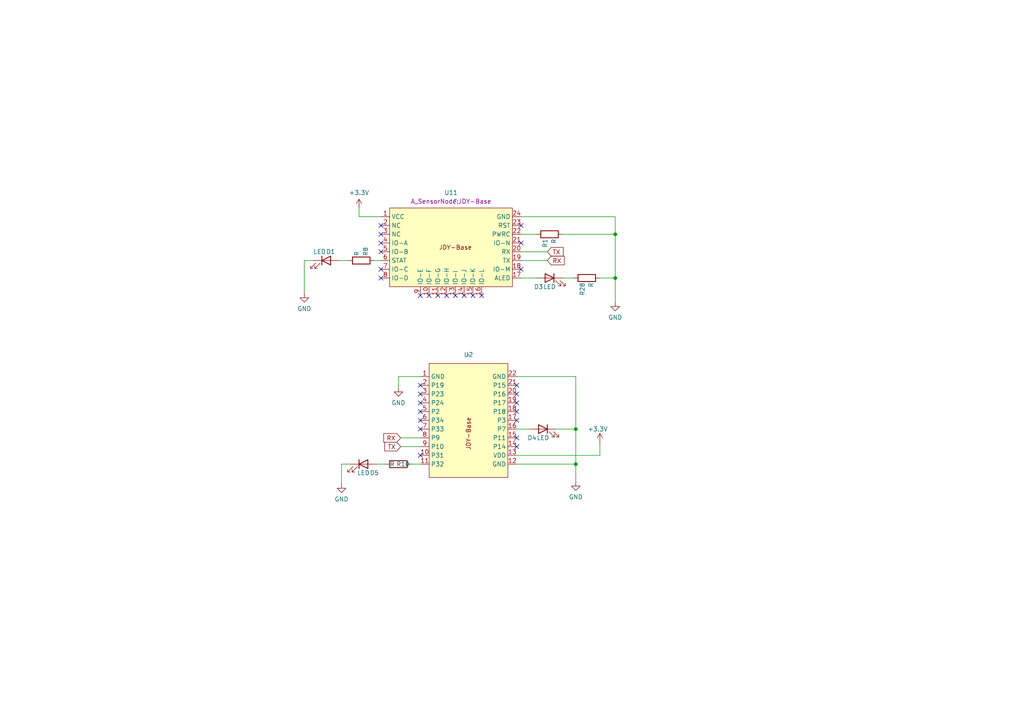
<source format=kicad_sch>
(kicad_sch (version 20230121) (generator eeschema)
  (paper "A4")
  (lib_symbols
    (symbol "A_SensorNode:E104-BT07"
      (property "Reference" "U" (at 0 0 0))
      (symbol "E104-BT07_1_1"
        (rectangle (start -11.43 -2.54) (end 11.43 -35.56) (fill (type background)))
        (text "JDY-Base" (at 0 -22.86 900) (effects (font (size 1.27 1.27))))
        (pin bidirectional line (at -13.97 -6.35 0) (length 2.54) (name "GND") (number "1"))
        (pin bidirectional line (at -13.97 -29.21 0) (length 2.54) (name "P31") (number "10"))
        (pin bidirectional line (at -13.97 -31.75 0) (length 2.54) (name "P32") (number "11"))
        (pin bidirectional line (at 13.97 -31.75 180) (length 2.54) (name "GND") (number "12"))
        (pin bidirectional line (at 13.97 -29.21 180) (length 2.54) (name "VDD") (number "13"))
        (pin bidirectional line (at 13.97 -26.67 180) (length 2.54) (name "P14") (number "14"))
        (pin bidirectional line (at 13.97 -24.13 180) (length 2.54) (name "P11") (number "15"))
        (pin bidirectional line (at 13.97 -21.59 180) (length 2.54) (name "P7") (number "16"))
        (pin bidirectional line (at 13.97 -19.05 180) (length 2.54) (name "P3") (number "17"))
        (pin bidirectional line (at 13.97 -16.51 180) (length 2.54) (name "P18") (number "18"))
        (pin bidirectional line (at 13.97 -13.97 180) (length 2.54) (name "P17") (number "19"))
        (pin bidirectional line (at -13.97 -8.89 0) (length 2.54) (name "P19") (number "2"))
        (pin bidirectional line (at 13.97 -11.43 180) (length 2.54) (name "P16") (number "20"))
        (pin bidirectional line (at 13.97 -8.89 180) (length 2.54) (name "P15") (number "21"))
        (pin bidirectional line (at 13.97 -6.35 180) (length 2.54) (name "GND") (number "22"))
        (pin bidirectional line (at -13.97 -11.43 0) (length 2.54) (name "P23") (number "3"))
        (pin bidirectional line (at -13.97 -13.97 0) (length 2.54) (name "P24") (number "4"))
        (pin bidirectional line (at -13.97 -16.51 0) (length 2.54) (name "P2") (number "5"))
        (pin bidirectional line (at -13.97 -19.05 0) (length 2.54) (name "P34") (number "6"))
        (pin bidirectional line (at -13.97 -21.59 0) (length 2.54) (name "P33") (number "7"))
        (pin bidirectional line (at -13.97 -24.13 0) (length 2.54) (name "P9") (number "8"))
        (pin bidirectional line (at -13.97 -26.67 0) (length 2.54) (name "P10") (number "9"))
      )
    )
    (symbol "A_SensorNode:JDY-Base"
      (property "Reference" "U" (at 0 0 0))
      (property "Footprint" "A_SensorNode:JDY-Base" (at -1.27 -10.16 0))
      (symbol "JDY-Base_1_1"
        (rectangle (start -19.05 -2.54) (end 16.51 -25.4) (fill (type background)))
        (text "JDY-Base" (at 0 -13.97 0) (effects (font (size 1.27 1.27))))
        (pin bidirectional line (at -21.59 -5.08 0) (length 2.54) (name "VCC") (number "1"))
        (pin bidirectional line (at -7.62 -27.94 90) (length 2.54) (name "IO-F") (number "10"))
        (pin bidirectional line (at -5.08 -27.94 90) (length 2.54) (name "IO-G") (number "11"))
        (pin bidirectional line (at -2.54 -27.94 90) (length 2.54) (name "IO-H") (number "12"))
        (pin bidirectional line (at 0 -27.94 90) (length 2.54) (name "IO-I") (number "13"))
        (pin bidirectional line (at 2.54 -27.94 90) (length 2.54) (name "IO-J") (number "14"))
        (pin bidirectional line (at 5.08 -27.94 90) (length 2.54) (name "IO-K") (number "15"))
        (pin bidirectional line (at 7.62 -27.94 90) (length 2.54) (name "IO-L") (number "16"))
        (pin bidirectional line (at 19.05 -22.86 180) (length 2.54) (name "ALED") (number "17"))
        (pin bidirectional line (at 19.05 -20.32 180) (length 2.54) (name "IO-M") (number "18"))
        (pin bidirectional line (at 19.05 -17.78 180) (length 2.54) (name "TX") (number "19"))
        (pin bidirectional line (at -21.59 -7.62 0) (length 2.54) (name "NC") (number "2"))
        (pin bidirectional line (at 19.05 -15.24 180) (length 2.54) (name "RX") (number "20"))
        (pin bidirectional line (at 19.05 -12.7 180) (length 2.54) (name "IO-N") (number "21"))
        (pin bidirectional line (at 19.05 -10.16 180) (length 2.54) (name "PWRC") (number "22"))
        (pin bidirectional line (at 19.05 -7.62 180) (length 2.54) (name "RST") (number "23"))
        (pin bidirectional line (at 19.05 -5.08 180) (length 2.54) (name "GND") (number "24"))
        (pin bidirectional line (at -21.59 -10.16 0) (length 2.54) (name "NC") (number "3"))
        (pin bidirectional line (at -21.59 -12.7 0) (length 2.54) (name "IO-A") (number "4"))
        (pin bidirectional line (at -21.59 -15.24 0) (length 2.54) (name "IO-B") (number "5"))
        (pin bidirectional line (at -21.59 -17.78 0) (length 2.54) (name "STAT") (number "6"))
        (pin bidirectional line (at -21.59 -20.32 0) (length 2.54) (name "IO-C") (number "7"))
        (pin bidirectional line (at -21.59 -22.86 0) (length 2.54) (name "IO-D") (number "8"))
        (pin bidirectional line (at -10.16 -27.94 90) (length 2.54) (name "IO-E") (number "9"))
      )
    )
    (symbol "Device:LED" (pin_numbers hide) (pin_names (offset 1.016) hide)
      (property "Reference" "D" (at 0 2.54 0))
      (property "Value" "LED" (at 0 -2.54 0))
      (symbol "LED_0_1"
        (polyline (pts (xy -1.27 -1.27) (xy -1.27 1.27)) (stroke (width 0.254)))
        (polyline (pts (xy -1.27 0) (xy 1.27 0)))
        (polyline (pts (xy 1.27 -1.27) (xy 1.27 1.27) (xy -1.27 0) (xy 1.27 -1.27)) (stroke (width 0.254)))
        (polyline (pts (xy -3.048 -0.762) (xy -4.572 -2.286) (xy -3.81 -2.286) (xy -4.572 -2.286) (xy -4.572 -1.524)))
        (polyline (pts (xy -1.778 -0.762) (xy -3.302 -2.286) (xy -2.54 -2.286) (xy -3.302 -2.286) (xy -3.302 -1.524)))
      )
      (symbol "LED_1_1"
        (pin passive line (at -3.81 0 0) (length 2.54) (name "K") (number "1"))
        (pin passive line (at 3.81 0 180) (length 2.54) (name "A") (number "2"))
      )
    )
    (symbol "Device:R" (pin_numbers hide) (pin_names (offset 0))
      (property "Reference" "R" (at 2.032 0 90))
      (property "Value" "R" (at 0 0 90))
      (symbol "R_0_1"
        (rectangle (start -1.016 -2.54) (end 1.016 2.54) (stroke (width 0.254)))
      )
      (symbol "R_1_1"
        (pin passive line (at 0 3.81 270) (length 1.27) (name "~") (number "1"))
        (pin passive line (at 0 -3.81 90) (length 1.27) (name "~") (number "2"))
      )
    )
    (symbol "power:+3.3V" (power) (pin_names (offset 0))
      (property "Value" "+3.3V" (at 0 3.556 0))
      (symbol "+3.3V_0_1"
        (polyline (pts (xy -0.762 1.27) (xy 0 2.54)))
        (polyline (pts (xy 0 0) (xy 0 2.54)))
        (polyline (pts (xy 0 2.54) (xy 0.762 1.27)))
      )
      (symbol "+3.3V_1_1"
        (pin power_in line (at 0 0 90) (length 0) hide (name "+3.3V") (number "1"))
      )
    )
    (symbol "power:GND" (power) (pin_names (offset 0))
      (property "Value" "GND" (at 0 -3.81 0))
      (symbol "GND_0_1"
        (polyline (pts (xy 0 0) (xy 0 -1.27) (xy 1.27 -1.27) (xy 0 -2.54) (xy -1.27 -1.27) (xy 0 -1.27)))
      )
      (symbol "GND_1_1"
        (pin power_in line (at 0 0 270) (length 0) hide (name "GND") (number "1"))
      )
    )
  )
  (junction (at 178.435 67.945))
  (junction (at 167.005 134.62))
  (junction (at 167.005 124.46))
  (junction (at 178.435 80.645))
  (no_connect (at 149.86 119.38))
  (no_connect (at 149.86 129.54))
  (no_connect (at 110.49 70.485))
  (no_connect (at 151.13 78.105))
  (no_connect (at 151.13 65.405))
  (no_connect (at 110.49 78.105))
  (no_connect (at 121.92 119.38))
  (no_connect (at 121.92 111.76))
  (no_connect (at 149.86 114.3))
  (no_connect (at 149.86 111.76))
  (no_connect (at 121.92 85.725))
  (no_connect (at 121.92 132.08))
  (no_connect (at 151.13 70.485))
  (no_connect (at 132.08 85.725))
  (no_connect (at 149.86 116.84))
  (no_connect (at 121.92 121.92))
  (no_connect (at 134.62 85.725))
  (no_connect (at 139.7 85.725))
  (no_connect (at 121.92 116.84))
  (no_connect (at 149.86 127))
  (no_connect (at 121.92 124.46))
  (no_connect (at 110.49 67.945))
  (no_connect (at 149.86 121.92))
  (no_connect (at 137.16 85.725))
  (no_connect (at 110.49 80.645))
  (no_connect (at 110.49 73.025))
  (no_connect (at 129.54 85.725))
  (no_connect (at 124.46 85.725))
  (no_connect (at 127 85.725))
  (no_connect (at 110.49 65.405))
  (no_connect (at 121.92 114.3))
  (wire (pts (xy 116.205 129.54) (xy 121.92 129.54)))
  (wire (pts (xy 178.435 62.865) (xy 178.435 67.945)))
  (wire (pts (xy 163.195 80.645) (xy 166.37 80.645)))
  (wire (pts (xy 173.99 80.645) (xy 178.435 80.645)))
  (wire (pts (xy 173.99 132.08) (xy 149.86 132.08)))
  (wire (pts (xy 173.99 128.27) (xy 173.99 132.08)))
  (wire (pts (xy 88.265 75.565) (xy 88.265 85.09)))
  (wire (pts (xy 178.435 67.945) (xy 178.435 80.645)))
  (wire (pts (xy 149.86 124.46) (xy 153.67 124.46)))
  (wire (pts (xy 161.29 124.46) (xy 167.005 124.46)))
  (wire (pts (xy 167.005 134.62) (xy 167.005 139.7)))
  (wire (pts (xy 116.205 127) (xy 121.92 127)))
  (wire (pts (xy 167.005 109.22) (xy 167.005 124.46)))
  (wire (pts (xy 98.425 75.565) (xy 100.965 75.565)))
  (wire (pts (xy 163.195 67.945) (xy 178.435 67.945)))
  (wire (pts (xy 151.13 67.945) (xy 155.575 67.945)))
  (wire (pts (xy 110.49 62.865) (xy 104.14 62.865)))
  (wire (pts (xy 90.805 75.565) (xy 88.265 75.565)))
  (wire (pts (xy 149.86 134.62) (xy 167.005 134.62)))
  (wire (pts (xy 151.13 73.025) (xy 158.75 73.025)))
  (wire (pts (xy 151.13 62.865) (xy 178.435 62.865)))
  (wire (pts (xy 104.14 62.865) (xy 104.14 60.325)))
  (wire (pts (xy 115.57 109.22) (xy 121.92 109.22)))
  (wire (pts (xy 99.06 134.62) (xy 99.06 140.335)))
  (wire (pts (xy 149.86 109.22) (xy 167.005 109.22)))
  (wire (pts (xy 178.435 80.645) (xy 178.435 87.63)))
  (wire (pts (xy 115.57 112.395) (xy 115.57 109.22)))
  (wire (pts (xy 151.13 80.645) (xy 155.575 80.645)))
  (wire (pts (xy 101.6 134.62) (xy 99.06 134.62)))
  (wire (pts (xy 108.585 75.565) (xy 110.49 75.565)))
  (wire (pts (xy 167.005 124.46) (xy 167.005 134.62)))
  (wire (pts (xy 151.13 75.565) (xy 158.75 75.565)))
  (wire (pts (xy 119.38 134.62) (xy 121.92 134.62)))
  (wire (pts (xy 109.22 134.62) (xy 111.76 134.62)))
  (global_label "TX" (shape input) (at 116.205 129.54 180) (property "Intersheetrefs" "${INTERSHEET_REFS}" (effects hide)))
  (global_label "RX" (shape input) (at 158.75 75.565 0) (property "Intersheetrefs" "${INTERSHEET_REFS}" (effects hide)))
  (global_label "RX" (shape input) (at 116.205 127 180) (property "Intersheetrefs" "${INTERSHEET_REFS}" (effects hide)))
  (global_label "TX" (shape input) (at 158.75 73.025 0) (property "Intersheetrefs" "${INTERSHEET_REFS}" (effects hide)))
  (symbol (lib_id "Device:R") (at 104.775 75.565 270) (mirror x) (unit 1)
    (property "Reference" "R8" (at 106.045 74.295 0) (effects (justify left)))
    (property "Value" "R" (at 103.505 74.295 0) (effects (justify left)))
    (property "Footprint" "Resistor_SMD:R_0805_2012Metric" (effects hide))
    (instances (project "sensor_node" (path "" (reference "R8") (unit 1)) (path "" (reference "R1") (unit 1))))
  )
  (symbol (lib_id "power:GND") (at 115.57 112.395 0) (mirror y) (unit 1)
    (property "Reference" "#PWR024" (effects hide))
    (property "Value" "GND" (at 115.57 116.84 0))
  )
  (symbol (lib_id "Device:LED") (at 157.48 124.46 0) (mirror y) (unit 1)
    (property "Reference" "D4" (at 154.305 127 0))
    (property "Value" "LED" (at 157.48 127 0))
    (property "Footprint" "LED_SMD:LED_0603_1608Metric" (effects hide))
  )
  (symbol (lib_id "power:GND") (at 88.265 85.09 0) (unit 1)
    (property "Reference" "#PWR017" (effects hide))
    (property "Value" "GND" (at 88.265 89.535 0))
    (instances (project "sensor_node" (path "" (reference "#PWR017") (unit 1)) (path "" (reference "#PWR011") (unit 1))))
  )
  (symbol (lib_id "power:GND") (at 167.005 139.7 0) (mirror y) (unit 1)
    (property "Reference" "#PWR033" (effects hide))
    (property "Value" "GND" (at 167.005 144.145 0))
    (instances (project "sensor_node" (path "" (reference "#PWR033") (unit 1)) (path "" (reference "#PWR028") (unit 1))))
  )
  (symbol (lib_id "Device:R") (at 159.385 67.945 90) (mirror x) (unit 1)
    (property "Reference" "R1" (at 158.115 69.215 0) (effects (justify left)))
    (property "Value" "R" (at 160.655 69.215 0) (effects (justify left)))
    (property "Footprint" "Resistor_SMD:R_0603_1608Metric" (effects hide))
    (instances (project "sensor_node" (path "" (reference "R1") (unit 1)) (path "" (reference "R10") (unit 1))))
  )
  (symbol (lib_id "Device:R") (at 115.57 134.62 270) (mirror x) (unit 1)
    (property "Reference" "R10" (at 114.935 134.62 90) (effects (justify left)))
    (property "Value" "R" (at 113.03 134.62 90) (effects (justify left)))
    (property "Footprint" "Resistor_SMD:R_0805_2012Metric" (effects hide))
    (instances (project "sensor_node" (path "" (reference "R10") (unit 1)) (path "" (reference "R8") (unit 1))))
  )
  (symbol (lib_id "A_SensorNode:E104-BT07") (at 135.89 102.87 0) (unit 1)
    (property "Reference" "U2" (at 135.89 102.87 0))
    (property "Value" "~" (at 135.89 102.87 0))
    (property "Footprint" "A_SensorNode:E104-BT07" (effects hide))
    (instances (project "sensor_node" (path "" (reference "U2") (unit 1)) (path "" (reference "U11") (unit 1))))
  )
  (symbol (lib_id "Device:R") (at 170.18 80.645 90) (mirror x) (unit 1)
    (property "Reference" "R28" (at 168.91 81.915 0) (effects (justify left)))
    (property "Value" "R" (at 171.45 81.915 0) (effects (justify left)))
    (property "Footprint" "Resistor_SMD:R_0805_2012Metric" (effects hide))
    (instances (project "sensor_node" (path "" (reference "R28") (unit 1)) (path "" (reference "R26") (unit 1))))
  )
  (symbol (lib_id "Device:LED") (at 105.41 134.62 0) (unit 1)
    (property "Reference" "D5" (at 108.585 137.16 0))
    (property "Value" "LED" (at 105.41 137.16 0))
    (property "Footprint" "LED_SMD:LED_0603_1608Metric" (effects hide))
    (instances (project "sensor_node" (path "" (reference "D5") (unit 1)) (path "" (reference "D3") (unit 1))))
  )
  (symbol (lib_id "Device:LED") (at 159.385 80.645 0) (mirror y) (unit 1)
    (property "Reference" "D3" (at 156.21 83.185 0))
    (property "Value" "LED" (at 159.385 83.185 0))
    (property "Footprint" "LED_SMD:LED_0603_1608Metric" (effects hide))
    (instances (project "sensor_node" (path "" (reference "D3") (unit 1)) (path "" (reference "D5") (unit 1))))
  )
  (symbol (lib_id "power:GND") (at 99.06 140.335 0) (mirror y) (unit 1)
    (property "Reference" "#PWR032" (effects hide))
    (property "Value" "GND" (at 99.06 144.78 0))
    (instances (project "sensor_node" (path "" (reference "#PWR032") (unit 1)) (path "" (reference "#PWR017") (unit 1))))
  )
  (symbol (lib_id "power:+3.3V") (at 173.99 128.27 0) (mirror y) (unit 1)
    (property "Reference" "#PWR028" (effects hide))
    (property "Value" "+3.3V" (at 173.355 124.46 0))
    (instances (project "sensor_node" (path "" (reference "#PWR028") (unit 1)) (path "" (reference "#PWR030") (unit 1))))
  )
  (symbol (lib_id "Device:LED") (at 94.615 75.565 0) (unit 1)
    (property "Reference" "D1" (at 95.885 73.025 0))
    (property "Value" "LED" (at 92.71 73.025 0))
    (property "Footprint" "LED_SMD:LED_0603_1608Metric" (effects hide))
  )
  (symbol (lib_id "A_SensorNode:JDY-Base") (at 132.08 57.785 0) (unit 1)
    (property "Reference" "U11" (at 130.81 55.88 0))
    (property "Value" "~" (at 132.08 57.785 0))
    (property "Footprint" "A_SensorNode:JDY-Base" (at 130.81 58.42 0))
    (instances (project "sensor_node" (path "" (reference "U11") (unit 1)) (path "" (reference "U2") (unit 1))))
  )
  (symbol (lib_id "power:GND") (at 178.435 87.63 0) (mirror y) (unit 1)
    (property "Reference" "#PWR018" (effects hide))
    (property "Value" "GND" (at 178.435 92.075 0))
    (instances (project "sensor_node" (path "" (reference "#PWR018") (unit 1)) (path "" (reference "#PWR032") (unit 1))))
  )
  (symbol (lib_id "power:+3.3V") (at 104.14 60.325 0) (unit 1)
    (property "Reference" "#PWR011" (effects hide))
    (property "Value" "+3.3V" (at 104.14 55.88 0))
    (instances (project "sensor_node" (path "" (reference "#PWR011") (unit 1)) (path "" (reference "#PWR018") (unit 1))))
  )
)
</source>
